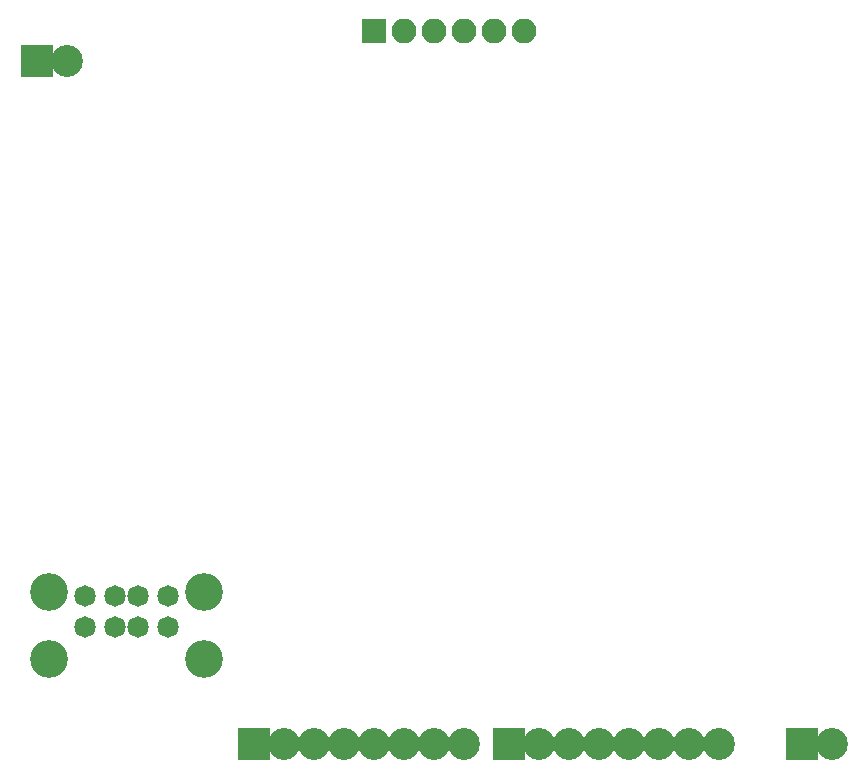
<source format=gbs>
G04 #@! TF.FileFunction,Soldermask,Bot*
%FSLAX46Y46*%
G04 Gerber Fmt 4.6, Leading zero omitted, Abs format (unit mm)*
G04 Created by KiCad (PCBNEW 4.0.2+dfsg1-stable) date Tue 14 Aug 2018 06:50:17 PM EDT*
%MOMM*%
G01*
G04 APERTURE LIST*
%ADD10C,0.127000*%
%ADD11C,1.820000*%
%ADD12C,3.200000*%
%ADD13C,2.700000*%
%ADD14R,2.700000X2.700000*%
%ADD15R,2.100000X2.100000*%
%ADD16O,2.100000X2.100000*%
G04 APERTURE END LIST*
D10*
D11*
X9200000Y19440005D03*
X11700000Y19440005D03*
X13700000Y19440005D03*
X16200000Y19440005D03*
X9200000Y16820005D03*
X11700000Y16820005D03*
X13700000Y16820005D03*
X16200000Y16820005D03*
D12*
X19270000Y14110005D03*
X19270000Y19790005D03*
X6130000Y19790005D03*
X6130000Y14110005D03*
D13*
X62865000Y6985000D03*
X60325000Y6985000D03*
X57785000Y6985000D03*
X55245000Y6985000D03*
X52705000Y6985000D03*
X50165000Y6985000D03*
X47625000Y6985000D03*
D14*
X45085000Y6985000D03*
X23495000Y6985000D03*
D13*
X26035000Y6985000D03*
X28575000Y6985000D03*
X31115000Y6985000D03*
X33655000Y6985000D03*
X36195000Y6985000D03*
X38735000Y6985000D03*
X41275000Y6985000D03*
D14*
X69850000Y6985000D03*
D13*
X72390000Y6985000D03*
D15*
X33655000Y67310000D03*
D16*
X36195000Y67310000D03*
X38735000Y67310000D03*
X41275000Y67310000D03*
X43815000Y67310000D03*
X46355000Y67310000D03*
D14*
X5080000Y64770000D03*
D13*
X7620000Y64770000D03*
M02*

</source>
